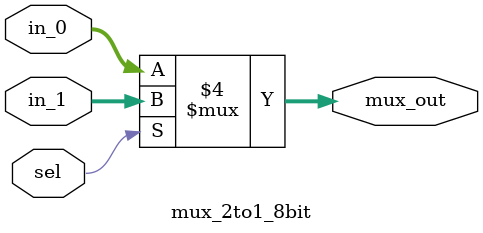
<source format=v>
module  mux_2to1_8bit(
 input [7:0] in_0, in_1, 
 input sel,
 output [7:0] mux_out
 );

 reg  mux_out;
 
 always @ (sel or in_0 or in_1)
 begin : MUX
   if (sel == 1'b0) begin
       mux_out = in_0;
   end else begin
       mux_out = in_1 ;
   end
 end
 
endmodule 
</source>
